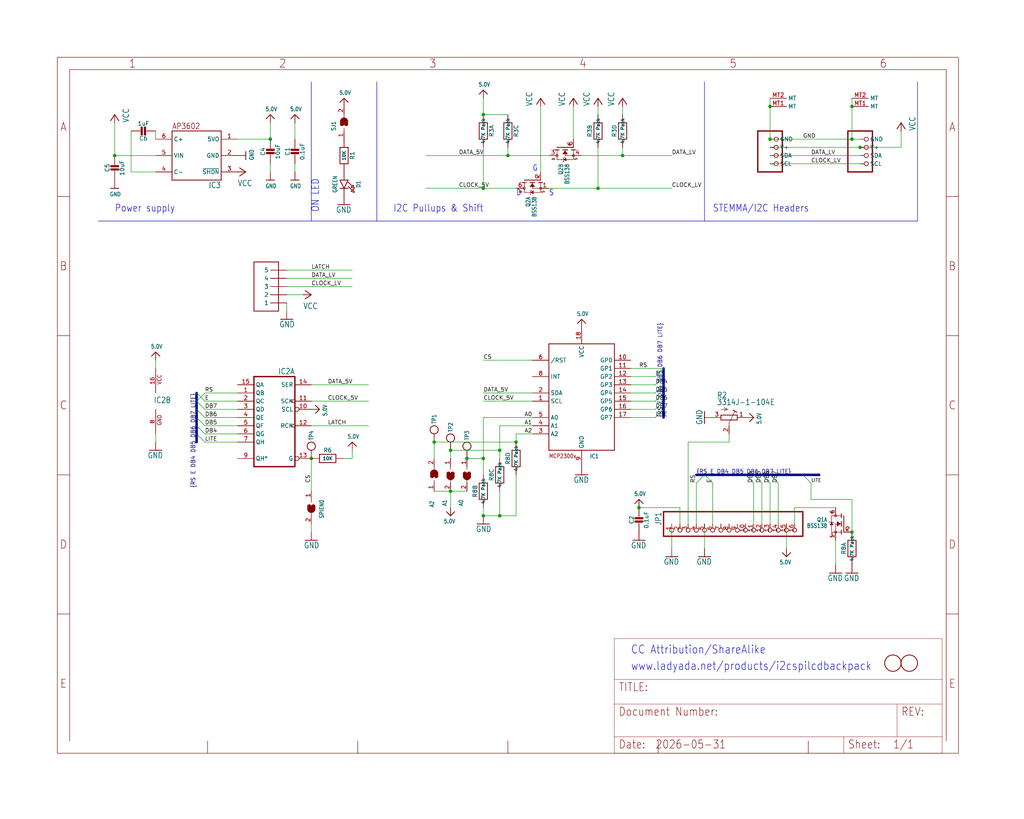
<source format=kicad_sch>
(kicad_sch (version 20230121) (generator eeschema)
  (paper "User" 317.5 254.127)
  (lib_symbols
    (symbol "working-eagle-import:1X5"
      (symbol "1X5_1_0"
        (pin passive line (at -7.62 5.08 0) (length 5.08) (name "1") (number "1"))
        (pin passive line (at -7.62 2.54 0) (length 5.08) (name "2") (number "2"))
        (pin passive line (at -7.62 0 0) (length 5.08) (name "3") (number "3"))
        (pin passive line (at -7.62 -2.54 0) (length 5.08) (name "4") (number "4"))
        (pin passive line (at -7.62 -5.08 0) (length 5.08) (name "5") (number "5"))
      )
    )
    (symbol "working-eagle-import:5.0V" (power)
      (property "Value" "5.0V" (at -1.524 1.016 0))
      (symbol "5.0V_1_0"
        (pin power_in line (at 0 -2.54 90) (length 2.54) (name "5.0V") (number "1"))
      )
    )
    (symbol "working-eagle-import:74595D"
      (property "Reference" "IC" (at -0.635 -0.635 0))
      (symbol "74595D_1_0"
        (pin tri_state line (at 12.7 7.62 180) (length 5.08) (name "QB") (number "1"))
        (pin input inverted (at -10.16 2.54 0) (length 5.08) (name "SCL") (number "10"))
        (pin input clock (at -10.16 5.08 0) (length 5.08) (name "SCK") (number "11"))
        (pin input clock (at -10.16 -2.54 0) (length 5.08) (name "RCK") (number "12"))
        (pin input inverted (at -10.16 -12.7 0) (length 5.08) (name "G") (number "13"))
        (pin input line (at -10.16 10.16 0) (length 5.08) (name "SER") (number "14"))
        (pin tri_state line (at 12.7 10.16 180) (length 5.08) (name "QA") (number "15"))
        (pin tri_state line (at 12.7 5.08 180) (length 5.08) (name "QC") (number "2"))
        (pin tri_state line (at 12.7 2.54 180) (length 5.08) (name "QD") (number "3"))
        (pin tri_state line (at 12.7 0 180) (length 5.08) (name "QE") (number "4"))
        (pin tri_state line (at 12.7 -2.54 180) (length 5.08) (name "QF") (number "5"))
        (pin tri_state line (at 12.7 -5.08 180) (length 5.08) (name "QG") (number "6"))
        (pin tri_state line (at 12.7 -7.62 180) (length 5.08) (name "QH") (number "7"))
        (pin tri_state line (at 12.7 -12.7 180) (length 5.08) (name "QH*") (number "9"))
      )
      (symbol "74595D_2_0"
        (text "GND" (at 1.905 -7.62 900) (effects (font (size 1.27 1.0795)) (justify left bottom)))
        (text "VCC" (at 1.905 5.08 900) (effects (font (size 1.27 1.0795)) (justify left bottom)))
        (pin power_in line (at 0 10.16 270) (length 7.62) (name "VCC") (number "16"))
        (pin power_in line (at 0 -10.16 90) (length 7.62) (name "GND") (number "8"))
      )
    )
    (symbol "working-eagle-import:AP3602"
      (property "Reference" "IC" (at -7.62 -10.16 0))
      (symbol "AP3602_1_0"
        (text "AP3602" (at 7.62 10.16 0) (effects (font (size 1.778 1.5113)) (justify right top)))
        (pin power_in line (at -12.7 5.08 0) (length 5.08) (name "5VO") (number "1"))
        (pin power_in line (at -12.7 0 0) (length 5.08) (name "GND") (number "2"))
        (pin input line (at -12.7 -5.08 0) (length 5.08) (name "~{SHDN}") (number "3"))
        (pin bidirectional line (at 12.7 -5.08 180) (length 5.08) (name "C-") (number "4"))
        (pin power_in line (at 12.7 0 180) (length 5.08) (name "VIN") (number "5"))
        (pin bidirectional line (at 12.7 5.08 180) (length 5.08) (name "C+") (number "6"))
      )
    )
    (symbol "working-eagle-import:CAP_CERAMIC0603_NO"
      (property "Reference" "C" (at -2.29 1.25 90))
      (symbol "CAP_CERAMIC0603_NO_1_0"
        (pin passive line (at 0 5.08 270) (length 2.54) (name "1") (number "1"))
        (pin passive line (at 0 -2.54 90) (length 2.54) (name "2") (number "2"))
      )
    )
    (symbol "working-eagle-import:CAP_CERAMIC0805-NOOUTLINE"
      (property "Reference" "C" (at -2.29 1.25 90))
      (symbol "CAP_CERAMIC0805-NOOUTLINE_1_0"
        (pin passive line (at 0 5.08 270) (length 2.54) (name "1") (number "1"))
        (pin passive line (at 0 -2.54 90) (length 2.54) (name "2") (number "2"))
      )
    )
    (symbol "working-eagle-import:FIDUCIAL")
    (symbol "working-eagle-import:FRAME_A_L"
      (symbol "FRAME_A_L_1_0"
        (text "1" (at 23.2833 213.995 0) (effects (font (size 2.54 2.286))))
        (text "2" (at 69.85 213.995 0) (effects (font (size 2.54 2.286))))
        (text "3" (at 116.4167 213.995 0) (effects (font (size 2.54 2.286))))
        (text "4" (at 162.9833 213.995 0) (effects (font (size 2.54 2.286))))
        (text "5" (at 209.55 213.995 0) (effects (font (size 2.54 2.286))))
        (text "6" (at 256.1167 213.995 0) (effects (font (size 2.54 2.286))))
        (text "A" (at 1.905 194.31 0) (effects (font (size 2.54 2.286))))
        (text "A" (at 277.495 194.31 0) (effects (font (size 2.54 2.286))))
        (text "B" (at 1.905 151.13 0) (effects (font (size 2.54 2.286))))
        (text "B" (at 277.495 151.13 0) (effects (font (size 2.54 2.286))))
        (text "C" (at 1.905 107.95 0) (effects (font (size 2.54 2.286))))
        (text "C" (at 277.495 107.95 0) (effects (font (size 2.54 2.286))))
        (text "D" (at 1.905 64.77 0) (effects (font (size 2.54 2.286))))
        (text "D" (at 277.495 64.77 0) (effects (font (size 2.54 2.286))))
        (text "E" (at 1.905 21.59 0) (effects (font (size 2.54 2.286))))
        (text "E" (at 277.495 21.59 0) (effects (font (size 2.54 2.286))))
      )
      (symbol "FRAME_A_L_2_0"
        (text "${#}/${##}" (at 86.36 1.27 0) (effects (font (size 2.54 2.159)) (justify left bottom)))
        (text "${CURRENT_DATE}" (at 12.7 1.27 0) (effects (font (size 2.54 2.159)) (justify left bottom)))
        (text "${PROJECTNAME}" (at 17.78 19.05 0) (effects (font (size 2.54 2.159)) (justify left bottom)))
        (text "Date:" (at 1.27 1.27 0) (effects (font (size 2.54 2.159)) (justify left bottom)))
        (text "Document Number:" (at 1.27 11.43 0) (effects (font (size 2.54 2.159)) (justify left bottom)))
        (text "REV:" (at 88.9 11.43 0) (effects (font (size 2.54 2.159)) (justify left bottom)))
        (text "Sheet:" (at 72.39 1.27 0) (effects (font (size 2.54 2.159)) (justify left bottom)))
        (text "TITLE:" (at 1.27 19.05 0) (effects (font (size 2.54 2.159)) (justify left bottom)))
      )
    )
    (symbol "working-eagle-import:GND" (power)
      (property "Value" "GND" (at -2.54 -2.54 0))
      (symbol "GND_1_0"
        (pin power_in line (at 0 2.54 270) (length 2.54) (name "GND") (number "1"))
      )
    )
    (symbol "working-eagle-import:LED0603_NOOUTLINE"
      (property "Reference" "D" (at -1.27 4.445 0))
      (symbol "LED0603_NOOUTLINE_1_0"
        (pin passive line (at -5.08 0 0) (length 2.54) (name "A") (number "A"))
        (pin passive line (at 2.54 0 180) (length 2.54) (name "C") (number "C"))
      )
    )
    (symbol "working-eagle-import:MCP23008/SO"
      (property "Reference" "IC" (at 2.54 -20.32 0))
      (symbol "MCP23008/SO_1_0"
        (text "MCP2300x" (at -10.16 -20.32 0) (effects (font (size 1.27 1.0795)) (justify left bottom)))
        (pin bidirectional line (at -15.24 -2.54 0) (length 5.08) (name "SCL") (number "1"))
        (pin bidirectional line (at 15.24 10.16 180) (length 5.08) (name "GP0") (number "10"))
        (pin bidirectional line (at 15.24 7.62 180) (length 5.08) (name "GP1") (number "11"))
        (pin bidirectional line (at 15.24 5.08 180) (length 5.08) (name "GP2") (number "12"))
        (pin bidirectional line (at 15.24 2.54 180) (length 5.08) (name "GP3") (number "13"))
        (pin bidirectional line (at 15.24 0 180) (length 5.08) (name "GP4") (number "14"))
        (pin bidirectional line (at 15.24 -2.54 180) (length 5.08) (name "GP5") (number "15"))
        (pin bidirectional line (at 15.24 -5.08 180) (length 5.08) (name "GP6") (number "16"))
        (pin bidirectional line (at 15.24 -7.62 180) (length 5.08) (name "GP7") (number "17"))
        (pin power_in line (at 0 20.32 270) (length 5.08) (name "VCC") (number "18"))
        (pin bidirectional line (at -15.24 0 0) (length 5.08) (name "SDA") (number "2"))
        (pin input line (at -15.24 -12.7 0) (length 5.08) (name "A2") (number "3"))
        (pin input line (at -15.24 -10.16 0) (length 5.08) (name "A1") (number "4"))
        (pin input line (at -15.24 -7.62 0) (length 5.08) (name "A0") (number "5"))
        (pin input line (at -15.24 10.16 0) (length 5.08) (name "/RST") (number "6"))
        (pin output line (at -15.24 5.08 0) (length 5.08) (name "INT") (number "8"))
        (pin power_in line (at 0 -22.86 90) (length 5.08) (name "GND") (number "9"))
      )
    )
    (symbol "working-eagle-import:MOSFET-N_DUAL"
      (property "Reference" "Q" (at 5.08 0.635 0))
      (symbol "MOSFET-N_DUAL_1_0"
        (text "D" (at 3.175 3.175 0) (effects (font (size 0.8128 0.6908)) (justify left bottom)))
        (text "G" (at -1.27 -1.905 0) (effects (font (size 0.8128 0.6908)) (justify left bottom)))
        (text "S" (at 3.175 -3.81 0) (effects (font (size 0.8128 0.6908)) (justify left bottom)))
        (pin bidirectional line (at 2.54 -5.08 90) (length 2.54) (name "S") (number "1"))
        (pin bidirectional line (at -2.54 -2.54 0) (length 2.54) (name "G") (number "2"))
        (pin bidirectional line (at 2.54 5.08 270) (length 2.54) (name "D") (number "6"))
      )
      (symbol "MOSFET-N_DUAL_2_0"
        (text "D" (at 3.175 3.175 0) (effects (font (size 0.8128 0.6908)) (justify left bottom)))
        (text "G" (at -1.27 -1.905 0) (effects (font (size 0.8128 0.6908)) (justify left bottom)))
        (text "S" (at 3.175 -3.81 0) (effects (font (size 0.8128 0.6908)) (justify left bottom)))
        (pin bidirectional line (at 2.54 5.08 270) (length 2.54) (name "D") (number "3"))
        (pin bidirectional line (at 2.54 -5.08 90) (length 2.54) (name "S") (number "4"))
        (pin bidirectional line (at -2.54 -2.54 0) (length 2.54) (name "G") (number "5"))
      )
    )
    (symbol "working-eagle-import:PINHD-1X16"
      (property "Reference" "JP" (at -6.35 20.955 0))
      (symbol "PINHD-1X16_1_0"
        (pin passive inverted (at -2.54 17.78 0) (length 2.54) (name "1") (number "1"))
        (pin passive inverted (at -2.54 -5.08 0) (length 2.54) (name "10") (number "10"))
        (pin passive inverted (at -2.54 -7.62 0) (length 2.54) (name "11") (number "11"))
        (pin passive inverted (at -2.54 -10.16 0) (length 2.54) (name "12") (number "12"))
        (pin passive inverted (at -2.54 -12.7 0) (length 2.54) (name "13") (number "13"))
        (pin passive inverted (at -2.54 -15.24 0) (length 2.54) (name "14") (number "14"))
        (pin passive inverted (at -2.54 -17.78 0) (length 2.54) (name "15") (number "15"))
        (pin passive inverted (at -2.54 -20.32 0) (length 2.54) (name "16") (number "16"))
        (pin passive inverted (at -2.54 15.24 0) (length 2.54) (name "2") (number "2"))
        (pin passive inverted (at -2.54 12.7 0) (length 2.54) (name "3") (number "3"))
        (pin passive inverted (at -2.54 10.16 0) (length 2.54) (name "4") (number "4"))
        (pin passive inverted (at -2.54 7.62 0) (length 2.54) (name "5") (number "5"))
        (pin passive inverted (at -2.54 5.08 0) (length 2.54) (name "6") (number "6"))
        (pin passive inverted (at -2.54 2.54 0) (length 2.54) (name "7") (number "7"))
        (pin passive inverted (at -2.54 0 0) (length 2.54) (name "8") (number "8"))
        (pin passive inverted (at -2.54 -2.54 0) (length 2.54) (name "9") (number "9"))
      )
    )
    (symbol "working-eagle-import:R-TRIMM3314J"
      (property "Reference" "R" (at -5.969 -3.81 90))
      (symbol "R-TRIMM3314J_1_0"
        (pin passive line (at 0 5.08 270) (length 2.54) (name "E") (number "1"))
        (pin passive line (at 5.08 0 180) (length 2.54) (name "S") (number "2"))
        (pin passive line (at 0 -5.08 90) (length 2.54) (name "A") (number "3"))
      )
    )
    (symbol "working-eagle-import:RESISTOR_0603_NOOUT"
      (property "Reference" "R" (at 0 2.54 0))
      (symbol "RESISTOR_0603_NOOUT_1_0"
        (pin passive line (at -5.08 0 0) (length 2.54) (name "1") (number "1"))
        (pin passive line (at 5.08 0 180) (length 2.54) (name "2") (number "2"))
      )
    )
    (symbol "working-eagle-import:RESISTOR_4PACK"
      (property "Reference" "R" (at 0 2.54 0))
      (symbol "RESISTOR_4PACK_1_0"
        (pin passive line (at -5.08 0 0) (length 2.54) (name "1") (number "1"))
        (pin passive line (at 5.08 0 180) (length 2.54) (name "2") (number "8"))
      )
      (symbol "RESISTOR_4PACK_2_0"
        (pin passive line (at -5.08 0 0) (length 2.54) (name "1") (number "2"))
        (pin passive line (at 5.08 0 180) (length 2.54) (name "2") (number "7"))
      )
      (symbol "RESISTOR_4PACK_3_0"
        (pin passive line (at -5.08 0 0) (length 2.54) (name "1") (number "3"))
        (pin passive line (at 5.08 0 180) (length 2.54) (name "2") (number "6"))
      )
      (symbol "RESISTOR_4PACK_4_0"
        (pin passive line (at -5.08 0 0) (length 2.54) (name "1") (number "4"))
        (pin passive line (at 5.08 0 180) (length 2.54) (name "2") (number "5"))
      )
    )
    (symbol "working-eagle-import:SOLDERJUMPER"
      (property "Reference" "SJ" (at -2.54 2.54 0))
      (symbol "SOLDERJUMPER_1_0"
        (pin passive line (at -5.08 0 0) (length 2.54) (name "1") (number "1"))
        (pin passive line (at 5.08 0 180) (length 2.54) (name "2") (number "2"))
      )
    )
    (symbol "working-eagle-import:SOLDERJUMPERCLOSED"
      (property "Reference" "SJ" (at -2.54 2.54 0))
      (symbol "SOLDERJUMPERCLOSED_1_0"
        (pin passive line (at -5.08 0 0) (length 2.54) (name "1") (number "1"))
        (pin passive line (at 5.08 0 180) (length 2.54) (name "2") (number "2"))
      )
    )
    (symbol "working-eagle-import:STEMMA_I2C_QT"
      (symbol "STEMMA_I2C_QT_1_0"
        (pin passive inverted (at 0 5.08 0) (length 2.54) (name "GND") (number "1"))
        (pin passive inverted (at 0 2.54 0) (length 2.54) (name "V+") (number "2"))
        (pin passive inverted (at 0 0 0) (length 2.54) (name "SDA") (number "3"))
        (pin passive inverted (at 0 -2.54 0) (length 2.54) (name "SCL") (number "4"))
      )
      (symbol "STEMMA_I2C_QT_2_0"
        (pin bidirectional line (at 0 0 0) (length 5.08) (name "MT") (number "MT1"))
      )
      (symbol "STEMMA_I2C_QT_3_0"
        (pin bidirectional line (at 0 0 0) (length 5.08) (name "MT") (number "MT2"))
      )
    )
    (symbol "working-eagle-import:TESTPOINTROUND1.5MM"
      (property "Reference" "TP" (at 0 5.588 90))
      (symbol "TESTPOINTROUND1.5MM_1_0"
        (pin bidirectional line (at 0 0 90) (length 2.54) (name "P$1") (number "P$1"))
      )
    )
    (symbol "working-eagle-import:VCC" (power)
      (property "Value" "VCC" (at -2.54 -2.54 90))
      (symbol "VCC_1_0"
        (pin power_in line (at 0 -2.54 90) (length 2.54) (name "VCC") (number "1"))
      )
    )
    (symbol "working-eagle-import:microbuilder_GND" (power)
      (property "Value" "microbuilder_GND" (at -1.524 -2.54 0))
      (symbol "microbuilder_GND_1_0"
        (pin power_in line (at 0 2.54 270) (length 2.54) (name "GND") (number "1"))
      )
    )
  )
  (junction (at 264.16 43.18))
  (junction (at 149.86 142.24))
  (junction (at 144.78 142.24))
  (junction (at 35.56 48.26))
  (junction (at 266.7 45.72))
  (junction (at 157.48 48.26))
  (junction (at 185.42 58.42))
  (junction (at 154.94 160.02))
  (junction (at 238.76 43.18))
  (junction (at 149.86 58.42))
  (junction (at 149.86 160.02))
  (junction (at 83.82 43.18))
  (junction (at 139.7 152.4))
  (junction (at 193.04 48.26))
  (junction (at 149.86 35.56))
  (junction (at 154.94 139.7))
  (junction (at 238.76 33.02))
  (junction (at 264.16 165.1))
  (junction (at 198.12 157.48))
  (junction (at 96.52 142.24))
  (junction (at 134.62 137.16))
  (junction (at 139.7 139.7))
  (junction (at 160.02 137.16))
  (junction (at 264.16 33.02))
  (bus_entry (at 203.2 116.84) (size 2.54 -2.54))
  (bus_entry (at 63.5 121.92) (size -2.54 2.54))
  (bus_entry (at 63.5 129.54) (size -2.54 -2.54))
  (bus_entry (at 203.2 129.54) (size 2.54 -2.54))
  (bus_entry (at 203.2 121.92) (size 2.54 -2.54))
  (bus_entry (at 203.2 119.38) (size 2.54 -2.54))
  (bus_entry (at 238.76 149.86) (size -2.54 -2.54))
  (bus_entry (at 63.5 132.08) (size -2.54 -2.54))
  (bus_entry (at 63.5 137.16) (size -2.54 -2.54))
  (bus_entry (at 241.3 149.86) (size -2.54 -2.54))
  (bus_entry (at 63.5 127) (size -2.54 -2.54))
  (bus_entry (at 63.5 124.46) (size -2.54 -2.54))
  (bus_entry (at 203.2 124.46) (size 2.54 -2.54))
  (bus_entry (at 220.98 149.86) (size -2.54 -2.54))
  (bus_entry (at 251.46 149.86) (size -2.54 -2.54))
  (bus_entry (at 215.9 149.86) (size 2.54 -2.54))
  (bus_entry (at 236.22 149.86) (size -2.54 -2.54))
  (bus_entry (at 233.68 149.86) (size -2.54 -2.54))
  (bus_entry (at 63.5 134.62) (size -2.54 -2.54))
  (bus_entry (at 203.2 127) (size 2.54 -2.54))
  (wire (pts (xy 154.94 139.7) (xy 154.94 132.08)) (stroke (width 0.1524)))
  (wire (pts (xy 241.3 162.56) (xy 241.3 149.86)) (stroke (width 0.1524)))
  (wire (pts (xy 40.64 53.34) (xy 40.64 40.64)) (stroke (width 0.1524)))
  (wire (pts (xy 48.26 134.62) (xy 48.26 137.16)) (stroke (width 0.1524)))
  (wire (pts (xy 63.5 132.08) (xy 73.66 132.08)) (stroke (width 0.1524)))
  (polyline (pts (xy 116.84 68.58) (xy 218.44 68.58)) (stroke (width 0.1524) (type solid)))
  (wire (pts (xy 266.7 43.18) (xy 264.16 43.18)) (stroke (width 0.1524)))
  (wire (pts (xy 215.9 162.56) (xy 215.9 149.86)) (stroke (width 0.1524)))
  (wire (pts (xy 279.4 45.72) (xy 279.4 40.64)) (stroke (width 0.1524)))
  (wire (pts (xy 251.46 154.94) (xy 264.16 154.94)) (stroke (width 0.1524)))
  (wire (pts (xy 195.58 119.38) (xy 203.2 119.38)) (stroke (width 0.1524)))
  (wire (pts (xy 195.58 121.92) (xy 203.2 121.92)) (stroke (width 0.1524)))
  (wire (pts (xy 167.64 53.34) (xy 167.64 33.02)) (stroke (width 0.1524)))
  (wire (pts (xy 259.08 175.26) (xy 259.08 167.64)) (stroke (width 0.1524)))
  (wire (pts (xy 160.02 160.02) (xy 154.94 160.02)) (stroke (width 0.1524)))
  (bus (pts (xy 205.74 127) (xy 205.74 124.46)) (stroke (width 0.762)))
  (bus (pts (xy 60.96 137.16) (xy 60.96 134.62)) (stroke (width 0.762)))
  (wire (pts (xy 154.94 142.24) (xy 154.94 139.7)) (stroke (width 0.1524)))
  (bus (pts (xy 231.14 147.32) (xy 233.68 147.32)) (stroke (width 0.762)))
  (wire (pts (xy 157.48 48.26) (xy 132.08 48.26)) (stroke (width 0.1524)))
  (wire (pts (xy 96.52 142.24) (xy 96.52 152.4)) (stroke (width 0.1524)))
  (bus (pts (xy 205.74 124.46) (xy 205.74 121.92)) (stroke (width 0.762)))
  (wire (pts (xy 154.94 152.4) (xy 154.94 160.02)) (stroke (width 0.1524)))
  (wire (pts (xy 139.7 152.4) (xy 139.7 157.48)) (stroke (width 0.1524)))
  (polyline (pts (xy 96.52 68.58) (xy 116.84 68.58)) (stroke (width 0.1524) (type solid)))
  (wire (pts (xy 259.08 157.48) (xy 246.38 157.48)) (stroke (width 0.1524)))
  (wire (pts (xy 226.06 137.16) (xy 226.06 134.62)) (stroke (width 0.1524)))
  (wire (pts (xy 198.12 157.48) (xy 210.82 157.48)) (stroke (width 0.1524)))
  (wire (pts (xy 73.66 121.92) (xy 63.5 121.92)) (stroke (width 0.1524)))
  (wire (pts (xy 149.86 157.48) (xy 149.86 160.02)) (stroke (width 0.1524)))
  (wire (pts (xy 193.04 48.26) (xy 208.28 48.26)) (stroke (width 0.1524)))
  (wire (pts (xy 238.76 30.48) (xy 238.76 33.02)) (stroke (width 0.1524)))
  (wire (pts (xy 149.86 147.32) (xy 149.86 142.24)) (stroke (width 0.1524)))
  (bus (pts (xy 205.74 121.92) (xy 205.74 119.38)) (stroke (width 0.762)))
  (wire (pts (xy 233.68 162.56) (xy 233.68 149.86)) (stroke (width 0.1524)))
  (wire (pts (xy 195.58 124.46) (xy 203.2 124.46)) (stroke (width 0.1524)))
  (wire (pts (xy 264.16 154.94) (xy 264.16 165.1)) (stroke (width 0.1524)))
  (polyline (pts (xy 30.48 68.58) (xy 96.52 68.58)) (stroke (width 0.1524) (type solid)))
  (bus (pts (xy 248.92 147.32) (xy 254 147.32)) (stroke (width 0.762)))
  (wire (pts (xy 96.52 119.38) (xy 114.3 119.38)) (stroke (width 0.1524)))
  (wire (pts (xy 220.98 162.56) (xy 220.98 149.86)) (stroke (width 0.1524)))
  (wire (pts (xy 236.22 162.56) (xy 236.22 149.86)) (stroke (width 0.1524)))
  (wire (pts (xy 157.48 45.72) (xy 157.48 48.26)) (stroke (width 0.1524)))
  (wire (pts (xy 154.94 139.7) (xy 139.7 139.7)) (stroke (width 0.1524)))
  (wire (pts (xy 149.86 30.48) (xy 149.86 35.56)) (stroke (width 0.1524)))
  (polyline (pts (xy 116.84 25.4) (xy 116.84 68.58)) (stroke (width 0.1524) (type solid)))
  (wire (pts (xy 63.5 127) (xy 73.66 127)) (stroke (width 0.1524)))
  (wire (pts (xy 213.36 162.56) (xy 213.36 137.16)) (stroke (width 0.1524)))
  (wire (pts (xy 185.42 58.42) (xy 208.28 58.42)) (stroke (width 0.1524)))
  (wire (pts (xy 134.62 152.4) (xy 139.7 152.4)) (stroke (width 0.1524)))
  (bus (pts (xy 236.22 147.32) (xy 238.76 147.32)) (stroke (width 0.762)))
  (bus (pts (xy 60.96 129.54) (xy 60.96 127)) (stroke (width 0.762)))
  (wire (pts (xy 266.7 45.72) (xy 279.4 45.72)) (stroke (width 0.1524)))
  (wire (pts (xy 185.42 35.56) (xy 185.42 33.02)) (stroke (width 0.1524)))
  (wire (pts (xy 170.18 48.26) (xy 157.48 48.26)) (stroke (width 0.1524)))
  (wire (pts (xy 63.5 129.54) (xy 73.66 129.54)) (stroke (width 0.1524)))
  (wire (pts (xy 63.5 134.62) (xy 73.66 134.62)) (stroke (width 0.1524)))
  (wire (pts (xy 160.02 134.62) (xy 165.1 134.62)) (stroke (width 0.1524)))
  (bus (pts (xy 60.96 132.08) (xy 60.96 129.54)) (stroke (width 0.762)))
  (wire (pts (xy 213.36 137.16) (xy 226.06 137.16)) (stroke (width 0.1524)))
  (wire (pts (xy 195.58 129.54) (xy 203.2 129.54)) (stroke (width 0.1524)))
  (wire (pts (xy 48.26 48.26) (xy 35.56 48.26)) (stroke (width 0.1524)))
  (wire (pts (xy 154.94 132.08) (xy 165.1 132.08)) (stroke (width 0.1524)))
  (wire (pts (xy 218.44 162.56) (xy 218.44 170.18)) (stroke (width 0.1524)))
  (wire (pts (xy 246.38 157.48) (xy 246.38 162.56)) (stroke (width 0.1524)))
  (wire (pts (xy 93.98 91.44) (xy 88.9 91.44)) (stroke (width 0.1524)))
  (wire (pts (xy 238.76 45.72) (xy 266.7 45.72)) (stroke (width 0.1524)))
  (wire (pts (xy 149.86 45.72) (xy 149.86 58.42)) (stroke (width 0.1524)))
  (polyline (pts (xy 284.48 25.4) (xy 284.48 68.58)) (stroke (width 0.1524) (type solid)))
  (wire (pts (xy 165.1 124.46) (xy 149.86 124.46)) (stroke (width 0.1524)))
  (wire (pts (xy 193.04 35.56) (xy 193.04 33.02)) (stroke (width 0.1524)))
  (wire (pts (xy 149.86 129.54) (xy 165.1 129.54)) (stroke (width 0.1524)))
  (bus (pts (xy 238.76 147.32) (xy 248.92 147.32)) (stroke (width 0.762)))
  (bus (pts (xy 60.96 124.46) (xy 60.96 121.92)) (stroke (width 0.762)))
  (wire (pts (xy 88.9 86.36) (xy 109.22 86.36)) (stroke (width 0.1524)))
  (wire (pts (xy 83.82 43.18) (xy 83.82 38.1)) (stroke (width 0.1524)))
  (wire (pts (xy 160.02 147.32) (xy 160.02 160.02)) (stroke (width 0.1524)))
  (wire (pts (xy 160.02 137.16) (xy 160.02 134.62)) (stroke (width 0.1524)))
  (wire (pts (xy 149.86 142.24) (xy 149.86 129.54)) (stroke (width 0.1524)))
  (wire (pts (xy 154.94 160.02) (xy 149.86 160.02)) (stroke (width 0.1524)))
  (wire (pts (xy 195.58 127) (xy 203.2 127)) (stroke (width 0.1524)))
  (wire (pts (xy 73.66 124.46) (xy 63.5 124.46)) (stroke (width 0.1524)))
  (bus (pts (xy 215.9 147.32) (xy 218.44 147.32)) (stroke (width 0.762)))
  (wire (pts (xy 91.44 38.1) (xy 91.44 43.18)) (stroke (width 0.1524)))
  (wire (pts (xy 144.78 142.24) (xy 149.86 142.24)) (stroke (width 0.1524)))
  (bus (pts (xy 205.74 119.38) (xy 205.74 116.84)) (stroke (width 0.762)))
  (wire (pts (xy 264.16 30.48) (xy 264.16 33.02)) (stroke (width 0.1524)))
  (wire (pts (xy 83.82 50.8) (xy 83.82 53.34)) (stroke (width 0.1524)))
  (wire (pts (xy 35.56 48.26) (xy 35.56 38.1)) (stroke (width 0.1524)))
  (polyline (pts (xy 218.44 25.4) (xy 218.44 68.58)) (stroke (width 0.1524) (type solid)))
  (wire (pts (xy 88.9 83.82) (xy 109.22 83.82)) (stroke (width 0.1524)))
  (wire (pts (xy 195.58 116.84) (xy 203.2 116.84)) (stroke (width 0.1524)))
  (wire (pts (xy 48.26 53.34) (xy 40.64 53.34)) (stroke (width 0.1524)))
  (wire (pts (xy 88.9 88.9) (xy 109.22 88.9)) (stroke (width 0.1524)))
  (wire (pts (xy 96.52 132.08) (xy 114.3 132.08)) (stroke (width 0.1524)))
  (bus (pts (xy 205.74 129.54) (xy 205.74 127)) (stroke (width 0.762)))
  (wire (pts (xy 96.52 124.46) (xy 114.3 124.46)) (stroke (width 0.1524)))
  (wire (pts (xy 264.16 43.18) (xy 238.76 43.18)) (stroke (width 0.1524)))
  (wire (pts (xy 238.76 162.56) (xy 238.76 149.86)) (stroke (width 0.1524)))
  (wire (pts (xy 208.28 170.18) (xy 208.28 162.56)) (stroke (width 0.1524)))
  (polyline (pts (xy 218.44 68.58) (xy 284.48 68.58)) (stroke (width 0.1524) (type solid)))
  (bus (pts (xy 218.44 147.32) (xy 231.14 147.32)) (stroke (width 0.762)))
  (wire (pts (xy 109.22 142.24) (xy 109.22 139.7)) (stroke (width 0.1524)))
  (bus (pts (xy 60.96 127) (xy 60.96 124.46)) (stroke (width 0.762)))
  (wire (pts (xy 91.44 50.8) (xy 91.44 53.34)) (stroke (width 0.1524)))
  (wire (pts (xy 238.76 50.8) (xy 266.7 50.8)) (stroke (width 0.1524)))
  (wire (pts (xy 266.7 48.26) (xy 238.76 48.26)) (stroke (width 0.1524)))
  (wire (pts (xy 264.16 33.02) (xy 264.16 43.18)) (stroke (width 0.1524)))
  (wire (pts (xy 149.86 111.76) (xy 165.1 111.76)) (stroke (width 0.1524)))
  (bus (pts (xy 60.96 134.62) (xy 60.96 132.08)) (stroke (width 0.762)))
  (wire (pts (xy 251.46 149.86) (xy 251.46 154.94)) (stroke (width 0.1524)))
  (wire (pts (xy 73.66 137.16) (xy 63.5 137.16)) (stroke (width 0.1524)))
  (wire (pts (xy 210.82 157.48) (xy 210.82 162.56)) (stroke (width 0.1524)))
  (polyline (pts (xy 96.52 25.4) (xy 96.52 68.58)) (stroke (width 0.1524) (type solid)))
  (wire (pts (xy 96.52 165.1) (xy 96.52 162.56)) (stroke (width 0.1524)))
  (wire (pts (xy 139.7 142.24) (xy 139.7 139.7)) (stroke (width 0.1524)))
  (bus (pts (xy 233.68 147.32) (xy 236.22 147.32)) (stroke (width 0.762)))
  (wire (pts (xy 73.66 43.18) (xy 83.82 43.18)) (stroke (width 0.1524)))
  (wire (pts (xy 238.76 33.02) (xy 238.76 43.18)) (stroke (width 0.1524)))
  (wire (pts (xy 134.62 142.24) (xy 134.62 137.16)) (stroke (width 0.1524)))
  (bus (pts (xy 205.74 116.84) (xy 205.74 114.3)) (stroke (width 0.762)))
  (wire (pts (xy 185.42 45.72) (xy 185.42 58.42)) (stroke (width 0.1524)))
  (wire (pts (xy 88.9 96.52) (xy 88.9 93.98)) (stroke (width 0.1524)))
  (wire (pts (xy 177.8 43.18) (xy 177.8 33.02)) (stroke (width 0.1524)))
  (wire (pts (xy 180.34 48.26) (xy 193.04 48.26)) (stroke (width 0.1524)))
  (wire (pts (xy 144.78 152.4) (xy 139.7 152.4)) (stroke (width 0.1524)))
  (wire (pts (xy 243.84 170.18) (xy 243.84 162.56)) (stroke (width 0.1524)))
  (wire (pts (xy 165.1 121.92) (xy 149.86 121.92)) (stroke (width 0.1524)))
  (wire (pts (xy 48.26 114.3) (xy 48.26 111.76)) (stroke (width 0.1524)))
  (wire (pts (xy 195.58 114.3) (xy 205.74 114.3)) (stroke (width 0.1524)))
  (wire (pts (xy 193.04 45.72) (xy 193.04 48.26)) (stroke (width 0.1524)))
  (wire (pts (xy 149.86 58.42) (xy 132.08 58.42)) (stroke (width 0.1524)))
  (wire (pts (xy 160.02 137.16) (xy 134.62 137.16)) (stroke (width 0.1524)))
  (wire (pts (xy 170.18 58.42) (xy 185.42 58.42)) (stroke (width 0.1524)))
  (wire (pts (xy 149.86 35.56) (xy 157.48 35.56)) (stroke (width 0.1524)))
  (wire (pts (xy 160.02 58.42) (xy 149.86 58.42)) (stroke (width 0.1524)))
  (wire (pts (xy 48.26 43.18) (xy 48.26 40.64)) (stroke (width 0.1524)))
  (wire (pts (xy 106.68 142.24) (xy 109.22 142.24)) (stroke (width 0.1524)))
  (text "I2C Pullups & Shift" (at 121.92 66.04 0) (effects (font (size 2.1844 1.8567)) (justify left bottom)))
  (text "ON LED" (at 99.06 66.04 90) (effects (font (size 2.1844 1.8567)) (justify left bottom)))
  (text "G" (at 165.1 53.34 0) (effects (font (size 1.778 1.5113)) (justify left bottom)))
  (text "S" (at 170.18 60.96 0) (effects (font (size 1.778 1.5113)) (justify left bottom)))
  (text "CC Attribution/ShareAlike" (at 195.58 203.2 0) (effects (font (size 2.54 2.159)) (justify left bottom)))
  (text "STEMMA/I2C Headers" (at 220.98 66.04 0) (effects (font (size 2.1844 1.8567)) (justify left bottom)))
  (text "www.ladyada.net/products/i2cspilcdbackpack" (at 195.58 208.28 0) (effects (font (size 2.54 2.159)) (justify left bottom)))
  (text "Power supply" (at 35.56 66.04 0) (effects (font (size 2.1844 1.8567)) (justify left bottom)))
  (text "D" (at 160.02 60.96 0) (effects (font (size 1.778 1.5113)) (justify left bottom)))
  (label "CS" (at 149.86 111.76 0) (effects (font (size 1.2446 1.2446))))
  (label "E" (at 63.5 124.46 0) (effects (font (size 1.2446 1.2446))))
  (label "{RS E DB4 DB5 DB6 DB7 LITE}" (at 205.74 129.54 90) (effects (font (size 1.2446 1.2446))))
  (label "LATCH" (at 96.52 83.82 0) (effects (font (size 1.2446 1.2446))))
  (label "LITE" (at 251.46 149.86 0) (effects (font (size 1.016 1.016))))
  (label "CS" (at 96.52 149.86 90) (effects (font (size 1.2446 1.2446))))
  (label "LITE" (at 63.5 137.16 0) (effects (font (size 1.2446 1.2446))))
  (label "DATA_LV" (at 96.52 86.36 0) (effects (font (size 1.2446 1.2446))))
  (label "E" (at 203.2 116.84 0) (effects (font (size 1.2446 1.2446))))
  (label "CLOCK_5V" (at 149.86 124.46 0) (effects (font (size 1.2446 1.2446))))
  (label "CLOCK_LV" (at 251.46 50.8 0) (effects (font (size 1.2446 1.2446))))
  (label "DATA_LV" (at 208.28 48.26 0) (effects (font (size 1.2446 1.2446))))
  (label "LATCH" (at 101.6 132.08 0) (effects (font (size 1.2446 1.2446))))
  (label "DB7" (at 63.5 127 0) (effects (font (size 1.2446 1.2446))))
  (label "LITE" (at 203.2 129.54 0) (effects (font (size 1.2446 1.2446))))
  (label "A2" (at 162.56 134.62 0) (effects (font (size 1.2446 1.2446))))
  (label "DB7" (at 241.3 149.86 90) (effects (font (size 1.2446 1.2446))))
  (label "DB6" (at 63.5 129.54 0) (effects (font (size 1.2446 1.2446))))
  (label "DATA_5V" (at 101.6 119.38 0) (effects (font (size 1.2446 1.2446))))
  (label "CLOCK_LV" (at 96.52 88.9 0) (effects (font (size 1.2446 1.2446))))
  (label "{RS E DB4 DB5 DB6 DB7 LITE}" (at 60.96 121.92 270) (effects (font (size 1.2446 1.2446))))
  (label "DB7" (at 203.2 127 0) (effects (font (size 1.2446 1.2446))))
  (label "A1" (at 162.56 132.08 0) (effects (font (size 1.2446 1.2446))))
  (label "DB6" (at 238.76 149.86 90) (effects (font (size 1.2446 1.2446))))
  (label "DB5" (at 236.22 149.86 90) (effects (font (size 1.2446 1.2446))))
  (label "CLOCK_5V" (at 101.6 124.46 0) (effects (font (size 1.2446 1.2446))))
  (label "DATA_LV" (at 251.46 48.26 0) (effects (font (size 1.2446 1.2446))))
  (label "RS" (at 215.9 149.86 90) (effects (font (size 1.2446 1.2446))))
  (label "DB5" (at 203.2 121.92 0) (effects (font (size 1.2446 1.2446))))
  (label "DB6" (at 203.2 124.46 0) (effects (font (size 1.2446 1.2446))))
  (label "GND" (at 248.92 43.18 0) (effects (font (size 1.2446 1.2446))))
  (label "DATA_5V" (at 149.86 121.92 0) (effects (font (size 1.2446 1.2446))))
  (label "A0" (at 162.56 129.54 0) (effects (font (size 1.2446 1.2446))))
  (label "DATA_5V" (at 142.24 48.26 0) (effects (font (size 1.2446 1.2446))))
  (label "RS" (at 198.12 114.3 0) (effects (font (size 1.2446 1.2446))))
  (label "{RS E DB4 DB5 DB6 DB7 LITE}" (at 215.9 147.32 0) (effects (font (size 1.2446 1.2446))))
  (label "DB5" (at 63.5 132.08 0) (effects (font (size 1.2446 1.2446))))
  (label "RS" (at 63.5 121.92 0) (effects (font (size 1.2446 1.2446))))
  (label "DB4" (at 203.2 119.38 0) (effects (font (size 1.2446 1.2446))))
  (label "CLOCK_5V" (at 142.24 58.42 0) (effects (font (size 1.2446 1.2446))))
  (label "CLOCK_LV" (at 208.28 58.42 0) (effects (font (size 1.2446 1.2446))))
  (label "E" (at 220.98 149.86 90) (effects (font (size 1.2446 1.2446))))
  (label "DB4" (at 233.68 149.86 90) (effects (font (size 1.2446 1.2446))))
  (label "DB4" (at 63.5 134.62 0) (effects (font (size 1.2446 1.2446))))
  (symbol (lib_id "working-eagle-import:5.0V") (at 139.7 160.02 180) (unit 1)
    (property "Reference" "#U$5" (effects hide))
    (property "Value" "5.0V" (at 141.224 161.036 0) (effects (font (size 1.27 1.0795)) (justify left bottom)))
  )
  (symbol (lib_id "working-eagle-import:5.0V") (at 83.82 35.56 0) (unit 1)
    (property "Reference" "#U$18" (effects hide))
    (property "Value" "5.0V" (at 82.296 34.544 0) (effects (font (size 1.27 1.0795)) (justify left bottom)))
  )
  (symbol (lib_id "working-eagle-import:GND") (at 264.16 177.8 0) (unit 1)
    (property "Reference" "#GND11" (effects hide))
    (property "Value" "GND" (at 261.62 180.34 0) (effects (font (size 1.778 1.5113)) (justify left bottom)))
  )
  (symbol (lib_id "working-eagle-import:SOLDERJUMPERCLOSED") (at 106.68 38.1 90) (unit 1)
    (property "Reference" "SJ1" (at 104.14 40.64 0) (effects (font (size 1.27 1.0795)) (justify left bottom)))
    (property "Value" "SOLDERJUMPERCLOSED" (effects hide))
    (property "Footprint" "working:SOLDERJUMPER_CLOSEDWIRE" (effects hide))
  )
  (symbol (lib_id "working-eagle-import:microbuilder_GND") (at 35.56 58.42 0) (unit 1)
    (property "Reference" "#U$17" (effects hide))
    (property "Value" "GND" (at 34.036 60.96 0) (effects (font (size 1.27 1.0795)) (justify left bottom)))
  )
  (symbol (lib_id "working-eagle-import:GND") (at 149.86 162.56 0) (mirror y) (unit 1)
    (property "Reference" "#GND10" (effects hide))
    (property "Value" "GND" (at 152.4 165.1 0) (effects (font (size 1.778 1.5113)) (justify left bottom)))
  )
  (symbol (lib_id "working-eagle-import:CAP_CERAMIC0805-NOOUTLINE") (at 35.56 53.34 0) (unit 1)
    (property "Reference" "C5" (at 33.27 52.09 90))
    (property "Value" "10uF" (at 37.86 52.09 90))
    (property "Footprint" "working:0805-NO" (effects hide))
  )
  (symbol (lib_id "working-eagle-import:5.0V") (at 48.26 109.22 0) (unit 1)
    (property "Reference" "#U$10" (effects hide))
    (property "Value" "5.0V" (at 46.736 108.204 0) (effects (font (size 1.27 1.0795)) (justify left bottom)))
  )
  (symbol (lib_id "working-eagle-import:VCC") (at 96.52 91.44 270) (mirror x) (unit 1)
    (property "Reference" "#P+9" (effects hide))
    (property "Value" "VCC" (at 93.98 93.98 90) (effects (font (size 1.778 1.5113)) (justify left bottom)))
  )
  (symbol (lib_id "working-eagle-import:5.0V") (at 180.34 99.06 0) (unit 1)
    (property "Reference" "#U$9" (effects hide))
    (property "Value" "5.0V" (at 178.816 98.044 0) (effects (font (size 1.27 1.0795)) (justify left bottom)))
  )
  (symbol (lib_id "working-eagle-import:CAP_CERAMIC0603_NO") (at 91.44 48.26 0) (unit 1)
    (property "Reference" "C1" (at 89.15 47.01 90))
    (property "Value" "0.1uF" (at 93.74 47.01 90))
    (property "Footprint" "working:0603-NO" (effects hide))
  )
  (symbol (lib_id "working-eagle-import:VCC") (at 193.04 30.48 0) (unit 1)
    (property "Reference" "#P+2" (effects hide))
    (property "Value" "VCC" (at 190.5 33.02 90) (effects (font (size 1.778 1.5113)) (justify left bottom)))
  )
  (symbol (lib_id "working-eagle-import:STEMMA_I2C_QT") (at 264.16 33.02 0) (unit 2)
    (property "Reference" "CONN4" (effects hide))
    (property "Value" "STEMMA_I2C_QT" (effects hide))
    (property "Footprint" "working:JST_SH4" (effects hide))
  )
  (symbol (lib_id "working-eagle-import:STEMMA_I2C_QT") (at 238.76 30.48 0) (unit 3)
    (property "Reference" "CONN3" (effects hide))
    (property "Value" "STEMMA_I2C_QT" (effects hide))
    (property "Footprint" "working:JST_SH4" (effects hide))
  )
  (symbol (lib_id "working-eagle-import:MCP23008/SO") (at 180.34 121.92 0) (unit 1)
    (property "Reference" "IC1" (at 182.88 142.24 0) (effects (font (size 1.27 1.0795)) (justify left bottom)))
    (property "Value" "MCP23008/SO" (effects hide))
    (property "Footprint" "working:SO18W" (effects hide))
  )
  (symbol (lib_id "working-eagle-import:5.0V") (at 198.12 154.94 0) (unit 1)
    (property "Reference" "#U$8" (effects hide))
    (property "Value" "5.0V" (at 196.596 153.924 0) (effects (font (size 1.27 1.0795)) (justify left bottom)))
  )
  (symbol (lib_id "working-eagle-import:GND") (at 48.26 139.7 0) (unit 1)
    (property "Reference" "#GND3" (effects hide))
    (property "Value" "GND" (at 45.72 142.24 0) (effects (font (size 1.778 1.5113)) (justify left bottom)))
  )
  (symbol (lib_id "working-eagle-import:GND") (at 259.08 177.8 0) (unit 1)
    (property "Reference" "#GND8" (effects hide))
    (property "Value" "GND" (at 256.54 180.34 0) (effects (font (size 1.778 1.5113)) (justify left bottom)))
  )
  (symbol (lib_id "working-eagle-import:microbuilder_GND") (at 76.2 48.26 90) (unit 1)
    (property "Reference" "#U$20" (effects hide))
    (property "Value" "GND" (at 78.74 49.784 0) (effects (font (size 1.27 1.0795)) (justify left bottom)))
  )
  (symbol (lib_id "working-eagle-import:TESTPOINTROUND1.5MM") (at 139.7 139.7 0) (unit 1)
    (property "Reference" "TP2" (at 139.7 134.112 90) (effects (font (size 1.27 1.0795)) (justify left)))
    (property "Value" "TESTPOINTROUND1.5MM" (effects hide))
    (property "Footprint" "working:TESTPOINT_ROUND_1.5MM" (effects hide))
  )
  (symbol (lib_id "working-eagle-import:GND") (at 106.68 63.5 0) (unit 1)
    (property "Reference" "#GND12" (effects hide))
    (property "Value" "GND" (at 104.14 66.04 0) (effects (font (size 1.778 1.5113)) (justify left bottom)))
  )
  (symbol (lib_id "working-eagle-import:CAP_CERAMIC0805-NOOUTLINE") (at 45.72 40.64 90) (unit 1)
    (property "Reference" "C6" (at 44.47 42.93 90))
    (property "Value" "1uF" (at 44.47 38.34 90))
    (property "Footprint" "working:0805-NO" (effects hide))
  )
  (symbol (lib_id "working-eagle-import:RESISTOR_4PACK") (at 185.42 40.64 90) (mirror x) (unit 2)
    (property "Reference" "R3" (at 182.88 40.64 0))
    (property "Value" "4.7K Pack" (at 185.42 40.64 0) (effects (font (size 1.016 1.016) bold)))
    (property "Footprint" "working:RESPACK_4X0603" (effects hide))
  )
  (symbol (lib_id "working-eagle-import:5.0V") (at 243.84 172.72 180) (unit 1)
    (property "Reference" "#U$13" (effects hide))
    (property "Value" "5.0V" (at 245.364 173.736 0) (effects (font (size 1.27 1.0795)) (justify left bottom)))
  )
  (symbol (lib_id "working-eagle-import:MOSFET-N_DUAL") (at 261.62 162.56 0) (mirror y) (unit 1)
    (property "Reference" "Q1" (at 256.54 161.925 0) (effects (font (size 1.27 1.0795)) (justify left bottom)))
    (property "Value" "BSS138" (at 256.54 163.83 0) (effects (font (size 1.27 1.0795)) (justify left bottom)))
    (property "Footprint" "working:SOT363" (effects hide))
  )
  (symbol (lib_id "working-eagle-import:SOLDERJUMPER") (at 139.7 147.32 270) (unit 1)
    (property "Reference" "A1" (at 137.16 154.94 0) (effects (font (size 1.27 1.0795)) (justify left bottom)))
    (property "Value" "SOLDERJUMPER" (effects hide))
    (property "Footprint" "working:SOLDERJUMPER_ARROW_NOPASTE" (effects hide))
  )
  (symbol (lib_id "working-eagle-import:RESISTOR_4PACK") (at 160.02 142.24 90) (unit 4)
    (property "Reference" "R8" (at 157.48 142.24 0))
    (property "Value" "4.7K Pack" (at 160.02 142.24 0) (effects (font (size 1.016 1.016) bold)))
    (property "Footprint" "working:RESPACK_4X0603" (effects hide))
  )
  (symbol (lib_id "working-eagle-import:STEMMA_I2C_QT") (at 266.7 48.26 0) (unit 1)
    (property "Reference" "CONN4" (effects hide))
    (property "Value" "STEMMA_I2C_QT" (effects hide))
    (property "Footprint" "working:JST_SH4" (effects hide))
  )
  (symbol (lib_id "working-eagle-import:AP3602") (at 60.96 48.26 0) (mirror y) (unit 1)
    (property "Reference" "IC3" (at 68.58 58.42 0) (effects (font (size 1.778 1.5113)) (justify left bottom)))
    (property "Value" "AP3602" (effects hide))
    (property "Footprint" "working:SOT23-6" (effects hide))
  )
  (symbol (lib_id "working-eagle-import:GND") (at 88.9 99.06 0) (mirror y) (unit 1)
    (property "Reference" "#GND6" (effects hide))
    (property "Value" "GND" (at 91.44 101.6 0) (effects (font (size 1.778 1.5113)) (justify left bottom)))
  )
  (symbol (lib_id "working-eagle-import:RESISTOR_0603_NOOUT") (at 106.68 48.26 270) (unit 1)
    (property "Reference" "R1" (at 109.22 48.26 0))
    (property "Value" "10K" (at 106.68 48.26 0) (effects (font (size 1.016 1.016) bold)))
    (property "Footprint" "working:0603-NO" (effects hide))
  )
  (symbol (lib_id "working-eagle-import:GND") (at 96.52 167.64 0) (mirror y) (unit 1)
    (property "Reference" "#GND7" (effects hide))
    (property "Value" "GND" (at 99.06 170.18 0) (effects (font (size 1.778 1.5113)) (justify left bottom)))
  )
  (symbol (lib_id "working-eagle-import:5.0V") (at 106.68 30.48 0) (unit 1)
    (property "Reference" "#U$21" (effects hide))
    (property "Value" "5.0V" (at 105.156 29.464 0) (effects (font (size 1.27 1.0795)) (justify left bottom)))
  )
  (symbol (lib_id "working-eagle-import:FRAME_A_L") (at 190.5 233.68 0) (unit 2)
    (property "Reference" "#FRAME1" (effects hide))
    (property "Value" "FRAME_A_L" (effects hide))
  )
  (symbol (lib_id "working-eagle-import:VCC") (at 35.56 35.56 0) (mirror y) (unit 1)
    (property "Reference" "#P+6" (effects hide))
    (property "Value" "VCC" (at 38.1 38.1 90) (effects (font (size 1.778 1.5113)) (justify left bottom)))
  )
  (symbol (lib_id "working-eagle-import:RESISTOR_4PACK") (at 264.16 170.18 90) (unit 1)
    (property "Reference" "R8" (at 261.62 170.18 0))
    (property "Value" "4.7K Pack" (at 264.16 170.18 0) (effects (font (size 1.016 1.016) bold)))
    (property "Footprint" "working:RESPACK_4X0603" (effects hide))
  )
  (symbol (lib_id "working-eagle-import:FIDUCIAL") (at 281.94 205.74 0) (unit 1)
    (property "Reference" "U$2" (effects hide))
    (property "Value" "FIDUCIAL" (effects hide))
    (property "Footprint" "working:FIDUCIAL_1MM" (effects hide))
  )
  (symbol (lib_id "working-eagle-import:LED0603_NOOUTLINE") (at 106.68 58.42 270) (unit 1)
    (property "Reference" "D1" (at 111.125 57.15 0) (effects (font (size 1.27 1.0795))))
    (property "Value" "GREEN" (at 103.886 57.15 0) (effects (font (size 1.27 1.0795))))
    (property "Footprint" "working:CHIPLED_0603_NOOUTLINE" (effects hide))
  )
  (symbol (lib_id "working-eagle-import:VCC") (at 279.4 38.1 0) (mirror y) (unit 1)
    (property "Reference" "#P+5" (effects hide))
    (property "Value" "VCC" (at 281.94 40.64 90) (effects (font (size 1.778 1.5113)) (justify left bottom)))
  )
  (symbol (lib_id "working-eagle-import:TESTPOINTROUND1.5MM") (at 134.62 137.16 0) (unit 1)
    (property "Reference" "TP1" (at 134.62 131.572 90) (effects (font (size 1.27 1.0795)) (justify left)))
    (property "Value" "TESTPOINTROUND1.5MM" (effects hide))
    (property "Footprint" "working:TESTPOINT_ROUND_1.5MM" (effects hide))
  )
  (symbol (lib_id "working-eagle-import:RESISTOR_4PACK") (at 149.86 40.64 270) (unit 1)
    (property "Reference" "R3" (at 152.4 40.64 0))
    (property "Value" "4.7K Pack" (at 149.86 40.64 0) (effects (font (size 1.016 1.016) bold)))
    (property "Footprint" "working:RESPACK_4X0603" (effects hide))
  )
  (symbol (lib_id "working-eagle-import:GND") (at 180.34 147.32 0) (unit 1)
    (property "Reference" "#GND2" (effects hide))
    (property "Value" "GND" (at 177.8 149.86 0) (effects (font (size 1.778 1.5113)) (justify left bottom)))
  )
  (symbol (lib_id "working-eagle-import:RESISTOR_4PACK") (at 149.86 152.4 90) (unit 2)
    (property "Reference" "R8" (at 147.32 152.4 0))
    (property "Value" "4.7K Pack" (at 149.86 152.4 0) (effects (font (size 1.016 1.016) bold)))
    (property "Footprint" "working:RESPACK_4X0603" (effects hide))
  )
  (symbol (lib_id "working-eagle-import:CAP_CERAMIC0603_NO") (at 198.12 162.56 0) (unit 1)
    (property "Reference" "C2" (at 195.83 161.31 90))
    (property "Value" "0.1uF" (at 200.42 161.31 90))
    (property "Footprint" "working:0603-NO" (effects hide))
  )
  (symbol (lib_id "working-eagle-import:TESTPOINTROUND1.5MM") (at 96.52 142.24 0) (unit 1)
    (property "Reference" "TP4" (at 96.52 136.652 90) (effects (font (size 1.27 1.0795)) (justify left)))
    (property "Value" "TESTPOINTROUND1.5MM" (effects hide))
    (property "Footprint" "working:TESTPOINT_ROUND_1.5MM" (effects hide))
  )
  (symbol (lib_id "working-eagle-import:STEMMA_I2C_QT") (at 238.76 48.26 0) (unit 1)
    (property "Reference" "CONN3" (effects hide))
    (property "Value" "STEMMA_I2C_QT" (effects hide))
    (property "Footprint" "working:JST_SH4" (effects hide))
  )
  (symbol (lib_id "working-eagle-import:GND") (at 198.12 167.64 0) (unit 1)
    (property "Reference" "#GND9" (effects hide))
    (property "Value" "GND" (at 195.58 170.18 0) (effects (font (size 1.778 1.5113)) (justify left bottom)))
  )
  (symbol (lib_id "working-eagle-import:R-TRIMM3314J") (at 226.06 129.54 270) (unit 1)
    (property "Reference" "R2" (at 222.25 123.571 90) (effects (font (size 1.778 1.5113)) (justify left bottom)))
    (property "Value" "3314J-1-104E" (at 222.25 125.73 90) (effects (font (size 1.778 1.5113)) (justify left bottom)))
    (property "Footprint" "working:RTRIM3314J" (effects hide))
  )
  (symbol (lib_id "working-eagle-import:5.0V") (at 99.06 127 270) (unit 1)
    (property "Reference" "#U$15" (effects hide))
    (property "Value" "5.0V" (at 100.076 125.476 0) (effects (font (size 1.27 1.0795)) (justify left bottom)))
  )
  (symbol (lib_id "working-eagle-import:5.0V") (at 91.44 35.56 0) (unit 1)
    (property "Reference" "#U$19" (effects hide))
    (property "Value" "5.0V" (at 89.916 34.544 0) (effects (font (size 1.27 1.0795)) (justify left bottom)))
  )
  (symbol (lib_id "working-eagle-import:74595D") (at 86.36 129.54 0) (mirror y) (unit 1)
    (property "Reference" "IC2" (at 91.44 116.205 0) (effects (font (size 1.778 1.5113)) (justify left bottom)))
    (property "Value" "74595D" (effects hide))
    (property "Footprint" "working:SO16" (effects hide))
  )
  (symbol (lib_id "working-eagle-import:RESISTOR_4PACK") (at 157.48 40.64 270) (unit 3)
    (property "Reference" "R3" (at 160.02 40.64 0))
    (property "Value" "4.7K Pack" (at 157.48 40.64 0) (effects (font (size 1.016 1.016) bold)))
    (property "Footprint" "working:RESPACK_4X0603" (effects hide))
  )
  (symbol (lib_id "working-eagle-import:1X5") (at 81.28 88.9 180) (unit 1)
    (property "Reference" "J1" (effects hide))
    (property "Value" "1X5" (effects hide))
    (property "Footprint" "working:1X05-3.5MM" (effects hide))
  )
  (symbol (lib_id "working-eagle-import:5.0V") (at 109.22 137.16 0) (unit 1)
    (property "Reference" "#U$3" (effects hide))
    (property "Value" "5.0V" (at 107.696 136.144 0) (effects (font (size 1.27 1.0795)) (justify left bottom)))
  )
  (symbol (lib_id "working-eagle-import:GND") (at 218.44 172.72 0) (unit 1)
    (property "Reference" "#GND5" (effects hide))
    (property "Value" "GND" (at 215.9 175.26 0) (effects (font (size 1.778 1.5113)) (justify left bottom)))
  )
  (symbol (lib_id "working-eagle-import:TESTPOINTROUND1.5MM") (at 144.78 142.24 0) (unit 1)
    (property "Reference" "TP3" (at 144.78 136.652 90) (effects (font (size 1.27 1.0795)) (justify left)))
    (property "Value" "TESTPOINTROUND1.5MM" (effects hide))
    (property "Footprint" "working:TESTPOINT_ROUND_1.5MM" (effects hide))
  )
  (symbol (lib_id "working-eagle-import:VCC") (at 177.8 30.48 0) (unit 1)
    (property "Reference" "#P+8" (effects hide))
    (property "Value" "VCC" (at 175.26 33.02 90) (effects (font (size 1.778 1.5113)) (justify left bottom)))
  )
  (symbol (lib_id "working-eagle-import:PINHD-1X16") (at 226.06 165.1 90) (mirror x) (unit 1)
    (property "Reference" "JP1" (at 205.105 158.75 0) (effects (font (size 1.778 1.5113)) (justify left bottom)))
    (property "Value" "PINHD-1X16" (effects hide))
    (property "Footprint" "working:1X16" (effects hide))
  )
  (symbol (lib_id "working-eagle-import:GND") (at 208.28 172.72 0) (unit 1)
    (property "Reference" "#GND4" (effects hide))
    (property "Value" "GND" (at 205.74 175.26 0) (effects (font (size 1.778 1.5113)) (justify left bottom)))
  )
  (symbol (lib_id "working-eagle-import:microbuilder_GND") (at 83.82 55.88 0) (unit 1)
    (property "Reference" "#U$16" (effects hide))
    (property "Value" "GND" (at 82.296 58.42 0) (effects (font (size 1.27 1.0795)) (justify left bottom)))
  )
  (symbol (lib_id "working-eagle-import:MOSFET-N_DUAL") (at 175.26 45.72 90) (mirror x) (unit 2)
    (property "Reference" "Q2" (at 174.625 50.8 0) (effects (font (size 1.27 1.0795)) (justify left bottom)))
    (property "Value" "BSS138" (at 176.53 50.8 0) (effects (font (size 1.27 1.0795)) (justify left bottom)))
    (property "Footprint" "working:SOT363" (effects hide))
  )
  (symbol (lib_id "working-eagle-import:SOLDERJUMPER") (at 144.78 147.32 270) (unit 1)
    (property "Reference" "A0" (at 142.24 154.94 0) (effects (font (size 1.27 1.0795)) (justify left bottom)))
    (property "Value" "SOLDERJUMPER" (effects hide))
    (property "Footprint" "working:SOLDERJUMPER_ARROW_NOPASTE" (effects hide))
  )
  (symbol (lib_id "working-eagle-import:RESISTOR_0603_NOOUT") (at 101.6 142.24 0) (mirror y) (unit 1)
    (property "Reference" "R6" (at 101.6 139.7 0))
    (property "Value" "10K" (at 101.6 142.24 0) (effects (font (size 1.016 1.016) bold)))
    (property "Footprint" "working:0603-NO" (effects hide))
  )
  (symbol (lib_id "working-eagle-import:VCC") (at 185.42 30.48 0) (unit 1)
    (property "Reference" "#P+1" (effects hide))
    (property "Value" "VCC" (at 182.88 33.02 90) (effects (font (size 1.778 1.5113)) (justify left bottom)))
  )
  (symbol (lib_id "working-eagle-import:VCC") (at 167.64 30.48 0) (unit 1)
    (property "Reference" "#P+7" (effects hide))
    (property "Value" "VCC" (at 165.1 33.02 90) (effects (font (size 1.778 1.5113)) (justify left bottom)))
  )
  (symbol (lib_id "working-eagle-import:STEMMA_I2C_QT") (at 238.76 33.02 0) (unit 2)
    (property "Reference" "CONN3" (effects hide))
    (property "Value" "STEMMA_I2C_QT" (effects hide))
    (property "Footprint" "working:JST_SH4" (effects hide))
  )
  (symbol (lib_id "working-eagle-import:RESISTOR_4PACK") (at 193.04 40.64 90) (mirror x) (unit 4)
    (property "Reference" "R3" (at 190.5 40.64 0))
    (property "Value" "4.7K Pack" (at 193.04 40.64 0) (effects (font (size 1.016 1.016) bold)))
    (property "Footprint" "working:RESPACK_4X0603" (effects hide))
  )
  (symbol (lib_id "working-eagle-import:GND") (at 218.44 129.54 270) (unit 1)
    (property "Reference" "#GND13" (effects hide))
    (property "Value" "GND" (at 215.9 127 0) (effects (font (size 1.778 1.5113)) (justify left bottom)))
  )
  (symbol (lib_id "working-eagle-import:CAP_CERAMIC0805-NOOUTLINE") (at 83.82 48.26 0) (unit 1)
    (property "Reference" "C4" (at 81.53 47.01 90))
    (property "Value" "10uF" (at 86.12 47.01 90))
    (property "Footprint" "working:0805-NO" (effects hide))
  )
  (symbol (lib_id "working-eagle-import:SOLDERJUMPER") (at 96.52 157.48 270) (unit 1)
    (property "Reference" "SPIEN0" (at 99.06 154.94 0) (effects (font (size 1.27 1.0795)) (justify left bottom)))
    (property "Value" "SOLDERJUMPER" (effects hide))
    (property "Footprint" "working:SOLDERJUMPER_ARROW_NOPASTE" (effects hide))
  )
  (symbol (lib_id "working-eagle-import:FIDUCIAL") (at 276.86 205.74 0) (unit 1)
    (property "Reference" "U$1" (effects hide))
    (property "Value" "FIDUCIAL" (effects hide))
    (property "Footprint" "working:FIDUCIAL_1MM" (effects hide))
  )
  (symbol (lib_id "working-eagle-import:74595D") (at 48.26 124.46 0) (unit 2)
    (property "Reference" "IC2" (at 47.625 125.095 0) (effects (font (size 1.778 1.5113)) (justify left bottom)))
    (property "Value" "74595D" (effects hide))
    (property "Footprint" "working:SO16" (effects hide))
  )
  (symbol (lib_id "working-eagle-import:MOSFET-N_DUAL") (at 165.1 55.88 90) (mirror x) (unit 1)
    (property "Reference" "Q2" (at 164.465 60.96 0) (effects (font (size 1.27 1.0795)) (justify left bottom)))
    (property "Value" "BSS138" (at 166.37 60.96 0) (effects (font (size 1.27 1.0795)) (justify left bottom)))
    (property "Footprint" "working:SOT363" (effects hide))
  )
  (symbol (lib_id "working-eagle-import:VCC") (at 76.2 53.34 270) (mirror x) (unit 1)
    (property "Reference" "#P+3" (effects hide))
    (property "Value" "VCC" (at 73.66 55.88 90) (effects (font (size 1.778 1.5113)) (justify left bottom)))
  )
  (symbol (lib_id "working-eagle-import:SOLDERJUMPER") (at 134.62 147.32 90) (unit 1)
    (property "Reference" "A2" (at 134.62 157.48 0) (effects (font (size 1.27 1.0795)) (justify left bottom)))
    (property "Value" "SOLDERJUMPER" (effects hide))
    (property "Footprint" "working:SOLDERJUMPER_ARROW_NOPASTE" (effects hide))
  )
  (symbol (lib_id "working-eagle-import:FRAME_A_L") (at 17.78 233.68 0) (unit 1)
    (property "Reference" "#FRAME1" (effects hide))
    (property "Value" "FRAME_A_L" (effects hide))
  )
  (symbol (lib_id "working-eagle-import:RESISTOR_4PACK") (at 154.94 147.32 90) (unit 3)
    (property "Reference" "R8" (at 152.4 147.32 0))
    (property "Value" "4.7K Pack" (at 154.94 147.32 0) (effects (font (size 1.016 1.016) bold)))
    (property "Footprint" "working:RESPACK_4X0603" (effects hide))
  )
  (symbol (lib_id "working-eagle-import:STEMMA_I2C_QT") (at 264.16 30.48 0) (unit 3)
    (property "Reference" "CONN4" (effects hide))
    (property "Value" "STEMMA_I2C_QT" (effects hide))
    (property "Footprint" "working:JST_SH4" (effects hide))
  )
  (symbol (lib_id "working-eagle-import:5.0V") (at 149.86 27.94 0) (unit 1)
    (property "Reference" "#U$22" (effects hide))
    (property "Value" "5.0V" (at 148.336 26.924 0) (effects (font (size 1.27 1.0795)) (justify left bottom)))
  )
  (symbol (lib_id "working-eagle-import:microbuilder_GND") (at 91.44 55.88 0) (unit 1)
    (property "Reference" "#U$14" (effects hide))
    (property "Value" "GND" (at 89.916 58.42 0) (effects (font (size 1.27 1.0795)) (justify left bottom)))
  )
  (symbol (lib_id "working-eagle-import:5.0V") (at 233.68 129.54 270) (unit 1)
    (property "Reference" "#U$6" (effects hide))
    (property "Value" "5.0V" (at 234.696 128.016 0) (effects (font (size 1.27 1.0795)) (justify left bottom)))
  )
)
</source>
